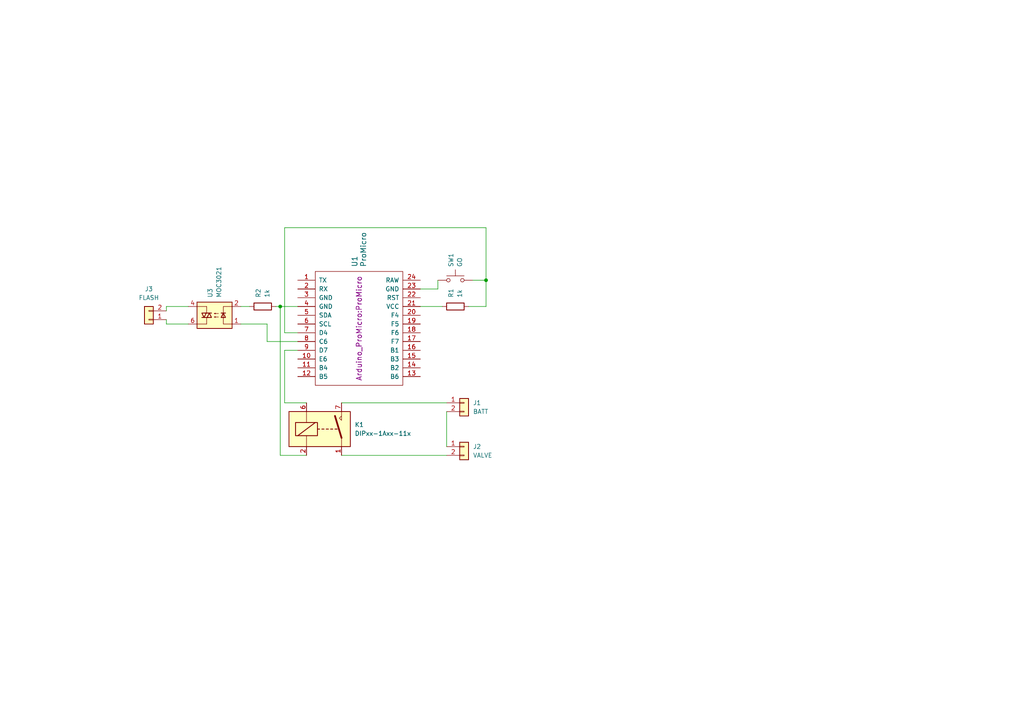
<source format=kicad_sch>
(kicad_sch (version 20230121) (generator eeschema)
  (paper "A4")
  (lib_symbols
    (symbol "Arduino_ProMicro:ProMicro" (pin_names (offset 1.016))
      (property "Reference" "U" (at 0 24.13 0))
      (property "Value" "ProMicro" (at 0 -13.97 0))
      (symbol "ProMicro_0_1"
        (rectangle (start -12.7 21.59) (end 12.7 -11.43))
      )
      (symbol "ProMicro_1_1"
        (pin bidirectional line (at -17.78 19.05 0) (length 5.08) (name "TX") (number "1"))
        (pin bidirectional line (at -17.78 -3.81 0) (length 5.08) (name "E6") (number "10"))
        (pin bidirectional line (at -17.78 -6.35 0) (length 5.08) (name "B4") (number "11"))
        (pin bidirectional line (at -17.78 -8.89 0) (length 5.08) (name "B5") (number "12"))
        (pin bidirectional line (at 17.78 -8.89 180) (length 5.08) (name "B6") (number "13"))
        (pin bidirectional line (at 17.78 -6.35 180) (length 5.08) (name "B2") (number "14"))
        (pin bidirectional line (at 17.78 -3.81 180) (length 5.08) (name "B3") (number "15"))
        (pin bidirectional line (at 17.78 -1.27 180) (length 5.08) (name "B1") (number "16"))
        (pin bidirectional line (at 17.78 1.27 180) (length 5.08) (name "F7") (number "17"))
        (pin bidirectional line (at 17.78 3.81 180) (length 5.08) (name "F6") (number "18"))
        (pin bidirectional line (at 17.78 6.35 180) (length 5.08) (name "F5") (number "19"))
        (pin bidirectional line (at -17.78 16.51 0) (length 5.08) (name "RX") (number "2"))
        (pin bidirectional line (at 17.78 8.89 180) (length 5.08) (name "F4") (number "20"))
        (pin power_in line (at 17.78 11.43 180) (length 5.08) (name "VCC") (number "21"))
        (pin input line (at 17.78 13.97 180) (length 5.08) (name "RST") (number "22"))
        (pin power_in line (at 17.78 16.51 180) (length 5.08) (name "GND") (number "23"))
        (pin power_out line (at 17.78 19.05 180) (length 5.08) (name "RAW") (number "24"))
        (pin power_in line (at -17.78 13.97 0) (length 5.08) (name "GND") (number "3"))
        (pin power_in line (at -17.78 11.43 0) (length 5.08) (name "GND") (number "4"))
        (pin bidirectional line (at -17.78 8.89 0) (length 5.08) (name "SDA") (number "5"))
        (pin bidirectional line (at -17.78 6.35 0) (length 5.08) (name "SCL") (number "6"))
        (pin bidirectional line (at -17.78 3.81 0) (length 5.08) (name "D4") (number "7"))
        (pin bidirectional line (at -17.78 1.27 0) (length 5.08) (name "C6") (number "8"))
        (pin bidirectional line (at -17.78 -1.27 0) (length 5.08) (name "D7") (number "9"))
      )
    )
    (symbol "Connector_Generic:Conn_01x02" (pin_names (offset 1.016) hide)
      (property "Reference" "J" (at 0 2.54 0))
      (property "Value" "Conn_01x02" (at 0 -5.08 0))
      (symbol "Conn_01x02_1_1"
        (rectangle (start -1.27 -2.413) (end 0 -2.667) (stroke (width 0.1524)))
        (rectangle (start -1.27 0.127) (end 0 -0.127) (stroke (width 0.1524)))
        (rectangle (start -1.27 1.27) (end 1.27 -3.81) (stroke (width 0.254)) (fill (type background)))
        (pin passive line (at -5.08 0 0) (length 3.81) (name "Pin_1") (number "1"))
        (pin passive line (at -5.08 -2.54 0) (length 3.81) (name "Pin_2") (number "2"))
      )
    )
    (symbol "Device:R" (pin_numbers hide) (pin_names (offset 0))
      (property "Reference" "R" (at 2.032 0 90))
      (property "Value" "R" (at 0 0 90))
      (symbol "R_0_1"
        (rectangle (start -1.016 -2.54) (end 1.016 2.54) (stroke (width 0.254)))
      )
      (symbol "R_1_1"
        (pin passive line (at 0 3.81 270) (length 1.27) (name "~") (number "1"))
        (pin passive line (at 0 -3.81 90) (length 1.27) (name "~") (number "2"))
      )
    )
    (symbol "Isolator:TLP3021" (pin_names (offset 1.016))
      (property "Reference" "U" (at -5.08 5.08 0))
      (property "Value" "TLP3021" (at 0 5.08 0))
      (symbol "TLP3021_0_1"
        (rectangle (start -5.08 3.81) (end 5.08 -3.81) (stroke (width 0.254)) (fill (type background)))
        (polyline (pts (xy -3.175 -0.635) (xy -1.905 -0.635)) (stroke (width 0.254)))
        (polyline (pts (xy 1.905 0.635) (xy 3.683 0.635)) (stroke (width 0.254)))
        (polyline (pts (xy 2.286 -2.54) (xy 2.286 -0.635)))
        (polyline (pts (xy 2.286 -2.54) (xy 5.08 -2.54)))
        (polyline (pts (xy 2.286 2.54) (xy 2.286 0.635)))
        (polyline (pts (xy 2.286 2.54) (xy 5.08 2.54)))
        (polyline (pts (xy 2.667 -0.635) (xy 0.889 -0.635)) (stroke (width 0.254)))
        (polyline (pts (xy -5.08 2.54) (xy -2.54 2.54) (xy -2.54 0.635)))
        (polyline (pts (xy -2.54 0.762) (xy -2.54 -2.54) (xy -5.08 -2.54)))
        (polyline (pts (xy -2.54 -0.635) (xy -3.175 0.635) (xy -1.905 0.635) (xy -2.54 -0.635)) (stroke (width 0.254)))
        (polyline (pts (xy 1.524 -0.635) (xy 2.159 0.635) (xy 0.889 0.635) (xy 1.524 -0.635)) (stroke (width 0.254)))
        (polyline (pts (xy 3.048 0.635) (xy 2.413 -0.635) (xy 3.683 -0.635) (xy 3.048 0.635)) (stroke (width 0.254)))
        (polyline (pts (xy -1.143 -0.508) (xy 0.127 -0.508) (xy -0.254 -0.635) (xy -0.254 -0.381) (xy 0.127 -0.508)))
        (polyline (pts (xy -1.143 0.508) (xy 0.127 0.508) (xy -0.254 0.381) (xy -0.254 0.635) (xy 0.127 0.508)))
      )
      (symbol "TLP3021_1_1"
        (pin passive line (at -7.62 2.54 0) (length 2.54) (name "~") (number "1"))
        (pin passive line (at -7.62 -2.54 0) (length 2.54) (name "~") (number "2"))
        (pin no_connect line (at -5.08 0 0) (length 2.54) hide (name "NC") (number "3"))
        (pin passive line (at 7.62 -2.54 180) (length 2.54) (name "~") (number "4"))
        (pin passive line (at 7.62 2.54 180) (length 2.54) (name "~") (number "6"))
      )
    )
    (symbol "Relay:DIPxx-1Axx-11x"
      (property "Reference" "K" (at 8.89 3.81 0))
      (property "Value" "DIPxx-1Axx-11x" (at 8.89 1.27 0))
      (symbol "DIPxx-1Axx-11x_0_0"
        (polyline (pts (xy 5.08 5.08) (xy 5.08 2.54) (xy 4.445 3.175) (xy 5.08 3.81)))
      )
      (symbol "DIPxx-1Axx-11x_0_1"
        (rectangle (start -10.16 5.08) (end 7.62 -5.08) (stroke (width 0.254)) (fill (type background)))
        (rectangle (start -8.255 1.905) (end -1.905 -1.905) (stroke (width 0.254)))
        (polyline (pts (xy -7.62 -1.905) (xy -2.54 1.905)) (stroke (width 0.254)))
        (polyline (pts (xy -5.08 -5.08) (xy -5.08 -1.905)))
        (polyline (pts (xy -5.08 5.08) (xy -5.08 1.905)))
        (polyline (pts (xy -1.905 0) (xy -1.27 0)) (stroke (width 0.254)))
        (polyline (pts (xy -0.635 0) (xy 0 0)) (stroke (width 0.254)))
        (polyline (pts (xy 0.635 0) (xy 1.27 0)) (stroke (width 0.254)))
        (polyline (pts (xy 1.905 0) (xy 2.54 0)) (stroke (width 0.254)))
        (polyline (pts (xy 3.175 0) (xy 3.81 0)) (stroke (width 0.254)))
        (polyline (pts (xy 5.08 -2.54) (xy 3.175 3.81)) (stroke (width 0.508)))
        (polyline (pts (xy 5.08 -2.54) (xy 5.08 -5.08)))
      )
      (symbol "DIPxx-1Axx-11x_1_1"
        (pin passive line (at 5.08 -7.62 90) (length 2.54) (name "~") (number "1"))
        (pin passive line (at 5.08 -7.62 90) (length 2.54) hide (name "~") (number "14"))
        (pin passive line (at -5.08 -7.62 90) (length 2.54) (name "~") (number "2"))
        (pin passive line (at -5.08 7.62 270) (length 2.54) (name "~") (number "6"))
        (pin passive line (at 5.08 7.62 270) (length 2.54) (name "~") (number "7"))
        (pin passive line (at 5.08 7.62 270) (length 2.54) hide (name "~") (number "8"))
      )
    )
    (symbol "Switch:SW_Push" (pin_numbers hide) (pin_names (offset 1.016) hide)
      (property "Reference" "SW" (at 1.27 2.54 0))
      (property "Value" "SW_Push" (at 0 -1.524 0))
      (symbol "SW_Push_0_1"
        (circle (center -2.032 0) (radius 0.508))
        (polyline (pts (xy 0 1.27) (xy 0 3.048)))
        (polyline (pts (xy 2.54 1.27) (xy -2.54 1.27)))
        (circle (center 2.032 0) (radius 0.508))
        (pin passive line (at -5.08 0 0) (length 2.54) (name "1") (number "1"))
        (pin passive line (at 5.08 0 180) (length 2.54) (name "2") (number "2"))
      )
    )
  )
  (junction (at 140.97 81.28))
  (junction (at 81.28 88.9))
  (wire (pts (xy 82.55 66.04) (xy 82.55 96.52)))
  (wire (pts (xy 140.97 66.04) (xy 82.55 66.04)))
  (wire (pts (xy 140.97 88.9) (xy 140.97 81.28)))
  (wire (pts (xy 48.26 88.9) (xy 48.26 90.17)))
  (wire (pts (xy 140.97 81.28) (xy 140.97 66.04)))
  (wire (pts (xy 127 81.28) (xy 127 83.82)))
  (wire (pts (xy 48.26 93.98) (xy 48.26 92.71)))
  (wire (pts (xy 81.28 88.9) (xy 86.36 88.9)))
  (wire (pts (xy 82.55 116.84) (xy 88.9 116.84)))
  (wire (pts (xy 88.9 132.08) (xy 81.28 132.08)))
  (wire (pts (xy 137.16 81.28) (xy 140.97 81.28)))
  (wire (pts (xy 77.47 93.98) (xy 69.85 93.98)))
  (wire (pts (xy 127 83.82) (xy 121.92 83.82)))
  (wire (pts (xy 69.85 88.9) (xy 72.39 88.9)))
  (wire (pts (xy 54.61 88.9) (xy 48.26 88.9)))
  (wire (pts (xy 80.01 88.9) (xy 81.28 88.9)))
  (wire (pts (xy 86.36 99.06) (xy 77.47 99.06)))
  (wire (pts (xy 86.36 101.6) (xy 82.55 101.6)))
  (wire (pts (xy 99.06 132.08) (xy 129.54 132.08)))
  (wire (pts (xy 135.89 88.9) (xy 140.97 88.9)))
  (wire (pts (xy 82.55 101.6) (xy 82.55 116.84)))
  (wire (pts (xy 121.92 88.9) (xy 128.27 88.9)))
  (wire (pts (xy 54.61 93.98) (xy 48.26 93.98)))
  (wire (pts (xy 77.47 99.06) (xy 77.47 93.98)))
  (wire (pts (xy 81.28 132.08) (xy 81.28 88.9)))
  (wire (pts (xy 129.54 119.38) (xy 129.54 129.54)))
  (wire (pts (xy 99.06 116.84) (xy 129.54 116.84)))
  (wire (pts (xy 82.55 96.52) (xy 86.36 96.52)))
  (symbol (lib_id "Connector_Generic:Conn_01x02") (at 43.18 92.71 180) (unit 1)
    (property "Reference" "J3" (at 43.18 83.82 0))
    (property "Value" "FLASH" (at 43.18 86.36 0))
    (property "Footprint" "Connector_Wire:SolderWire-1sqmm_1x02_P5.4mm_D1.4mm_OD2.7mm_Relief" (effects hide))
  )
  (symbol (lib_id "Device:R") (at 132.08 88.9 270) (unit 1)
    (property "Reference" "R1" (at 130.81 86.36 0) (effects (justify right)))
    (property "Value" "1k" (at 133.35 86.36 0) (effects (justify right)))
    (property "Footprint" "Resistor_THT:R_Axial_DIN0207_L6.3mm_D2.5mm_P7.62mm_Horizontal" (effects hide))
  )
  (symbol (lib_id "Arduino_ProMicro:ProMicro") (at 104.14 100.33 0) (unit 1)
    (property "Reference" "U1" (at 102.87 77.47 90) (effects (font (size 1.524 1.524)) (justify left)))
    (property "Value" "ProMicro" (at 105.41 77.47 90) (effects (font (size 1.524 1.524)) (justify left)))
    (property "Footprint" "Arduino_ProMicro:ProMicro" (at 104.14 95.25 90) (effects (font (size 1.524 1.524))))
  )
  (symbol (lib_id "Connector_Generic:Conn_01x02") (at 134.62 129.54 0) (unit 1)
    (property "Reference" "J2" (at 137.16 129.54 0) (effects (justify left)))
    (property "Value" "VALVE" (at 137.16 132.08 0) (effects (justify left)))
    (property "Footprint" "Connector_Wire:SolderWire-1sqmm_1x02_P5.4mm_D1.4mm_OD2.7mm_Relief" (effects hide))
  )
  (symbol (lib_id "Isolator:TLP3021") (at 62.23 91.44 180) (unit 1)
    (property "Reference" "U3" (at 60.96 86.36 90) (effects (justify right)))
    (property "Value" "MOC3021" (at 63.5 86.36 90) (effects (justify right)))
    (property "Footprint" "Package_DIP:Toshiba_11-7A9" (effects hide))
    (property "Datasheet" "https://toshiba.semicon-storage.com/info/docget.jsp?did=1421&prodName=TLP3021(S)" (effects hide))
  )
  (symbol (lib_id "Connector_Generic:Conn_01x02") (at 134.62 116.84 0) (unit 1)
    (property "Reference" "J1" (at 137.16 116.84 0) (effects (justify left)))
    (property "Value" "BATT" (at 137.16 119.38 0) (effects (justify left)))
    (property "Footprint" "Connector_Wire:SolderWire-1sqmm_1x02_P5.4mm_D1.4mm_OD2.7mm_Relief" (effects hide))
  )
  (symbol (lib_id "Device:R") (at 76.2 88.9 90) (unit 1)
    (property "Reference" "R2" (at 74.93 86.36 0) (effects (justify left)))
    (property "Value" "1k" (at 77.47 86.36 0) (effects (justify left)))
    (property "Footprint" "Resistor_THT:R_Axial_DIN0207_L6.3mm_D2.5mm_P7.62mm_Horizontal" (effects hide))
  )
  (symbol (lib_id "Switch:SW_Push") (at 132.08 81.28 0) (unit 1)
    (property "Reference" "SW1" (at 130.81 77.47 90) (effects (justify left)))
    (property "Value" "GO" (at 133.35 77.47 90) (effects (justify left)))
    (property "Footprint" "Button_Switch_THT:SW_PUSH_6mm" (effects hide))
  )
  (symbol (lib_id "Relay:DIPxx-1Axx-11x") (at 93.98 124.46 0) (unit 1)
    (property "Reference" "K1" (at 102.87 123.19 0) (effects (justify left)))
    (property "Value" "DIPxx-1Axx-11x" (at 102.87 125.73 0) (effects (justify left)))
    (property "Footprint" "Relay_THT:Relay_StandexMeder_DIP_LowProfile" (effects hide))
    (property "Datasheet" "https://standexelectronics.com/wp-content/uploads/datasheet_reed_relay_DIP.pdf" (effects hide))
  )
)
</source>
